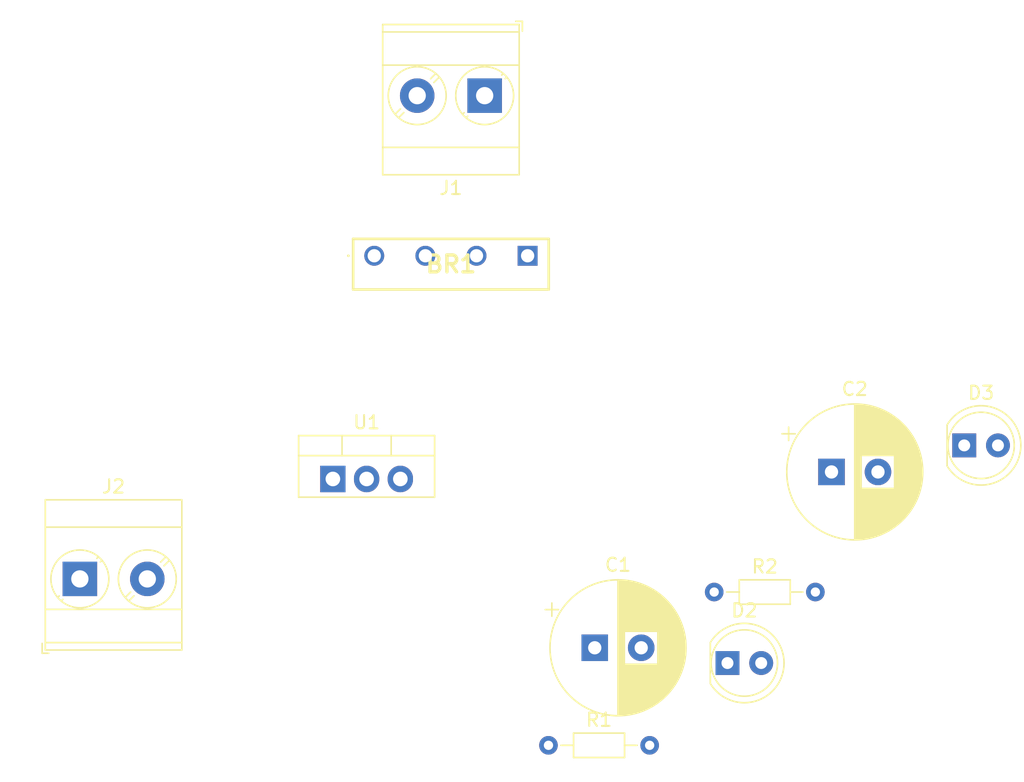
<source format=kicad_pcb>
(kicad_pcb (version 20211014) (generator pcbnew)
  (layers (0 "F.Cu" signal) (31 "B.Cu" signal) (34 "B.Paste" user) (35 "F.Paste" user) (36 "B.SilkS" user "B.Silkscreen") (37 "F.SilkS" user "F.Silkscreen") (38 "B.Mask" user) (39 "F.Mask" user) (44 "Edge.Cuts" user))
  (net 0 "")
  (net 1 "Net-(C1-Pad1)")
  (net 2 "GND")
  (net 3 "Net-(C2-Pad1)")
  (net 4 "Net-(J1-Pad2)")
  (net 5 "Net-(J1-Pad1)")
  (net 6 "Net-(D2-Pad2)")
  (net 7 "Net-(D3-Pad2)")
  (footprint "Resistor_THT:R_Axial_DIN0204_L3.6mm_D1.6mm_P7.62mm_Horizontal" (layer "F.Cu") (at 101.325 97.215)
    (fp_text reference "R1" (at 3.81 -1.92) (layer "F.SilkS"))
    (fp_text value "1k")
    (fp_line (start 6.68 0) (end 5.73 0) (layer "F.SilkS") (width 0.12))
    (fp_line (start 1.89 0.92) (end 5.73 0.92) (layer "F.SilkS") (width 0.12))
    (fp_line (start 1.89 -0.92) (end 1.89 0.92) (layer "F.SilkS") (width 0.12))
    (fp_line (start 0.94 0) (end 1.89 0) (layer "F.SilkS") (width 0.12))
    (fp_line (start 5.73 0.92) (end 5.73 -0.92) (layer "F.SilkS") (width 0.12))
    (fp_line (start 5.73 -0.92) (end 1.89 -0.92) (layer "F.SilkS") (width 0.12))
    (pad "1" thru_hole circle (at 0 0) (size 1.4 1.4) (drill 0.7) (layers *.Cu *.Mask) (net 1 "Net-(C1-Pad1)"))
    (pad "2" thru_hole oval (at 7.62 0) (size 1.4 1.4) (drill 0.7) (layers *.Cu *.Mask) (net 6 "Net-(D2-Pad2)"))
  )
  (footprint "TerminalBlock_Phoenix:TerminalBlock_Phoenix_MKDS-3-2-5.08_1x02_P5.08mm_Horizontal" (layer "F.Cu") (at 96.52 48.26 180)
    (fp_text reference "J1" (at 2.54 -6.96) (layer "F.SilkS"))
    (fp_text value "Screw_Terminal_01x02")
    (fp_line (start -2.6 2.3) (end 7.68 2.3) (layer "F.SilkS") (width 0.12))
    (fp_line (start 1.654 -1.388) (end 1.547 -1.281) (layer "F.SilkS") (width 0.12))
    (fp_line (start -1.548 1.281) (end -1.654 1.388) (layer "F.SilkS") (width 0.12))
    (fp_line (start 6.468 -1.654) (end 6.088 -1.274) (layer "F.SilkS") (width 0.12))
    (fp_line (start 3.822 0.992) (end 3.427 1.388) (layer "F.SilkS") (width 0.12))
    (fp_line (start -1.282 1.547) (end -1.388 1.654) (layer "F.SilkS") (width 0.12))
    (fp_line (start -2.6 5.36) (end 7.68 5.36) (layer "F.SilkS") (width 0.12))
    (fp_line (start -2.84 4.86) (end -2.84 5.6) (layer "F.SilkS") (width 0.12))
    (fp_line (start -2.6 -3.9) (end 7.68 -3.9) (layer "F.SilkS") (width 0.12))
    (fp_line (start 1.388 -1.654) (end 1.281 -1.547) (layer "F.SilkS") (width 0.12))
    (fp_line (start -2.84 5.6) (end -2.34 5.6) (layer "F.SilkS") (width 0.12))
    (fp_line (start -2.6 -5.96) (end 7.68 -5.96) (layer "F.SilkS") (width 0.12))
    (fp_line (start -2.6 -5.96) (end -2.6 5.36) (layer "F.SilkS") (width 0.12))
    (fp_line (start -2.6 4.8) (end 7.68 4.8) (layer "F.SilkS") (width 0.12))
    (fp_line (start 6.734 -1.388) (end 6.339 -0.992) (layer "F.SilkS") (width 0.12))
    (fp_line (start 7.68 -5.96) (end 7.68 5.36) (layer "F.SilkS") (width 0.12))
    (fp_line (start 4.073 1.274) (end 3.693 1.654) (layer "F.SilkS") (width 0.12))
    (fp_circle (center 0 0) (end 2.18 0) (layer "F.SilkS") (width 0.12) (fill none))
    (fp_circle (center 5.08 0) (end 7.26 0) (layer "F.SilkS") (width 0.12) (fill none))
    (pad "1" thru_hole rect (at 0 0 180) (size 2.6 2.6) (drill 1.3) (layers *.Cu *.Mask) (net 5 "Net-(J1-Pad1)"))
    (pad "2" thru_hole circle (at 5.08 0 180) (size 2.6 2.6) (drill 1.3) (layers *.Cu *.Mask) (net 4 "Net-(J1-Pad2)"))
  )
  (footprint "Capacitor_THT:CP_Radial_D10.0mm_P3.50mm" (layer "F.Cu") (at 104.809646 89.865)
    (fp_text reference "C1" (at 1.75 -6.25) (layer "F.SilkS"))
    (fp_text value "2200uF")
    (fp_line (start 1.75 -5.08) (end 1.75 5.08) (layer "F.SilkS") (width 0.12))
    (fp_line (start 2.751 -4.982) (end 2.751 -1.241) (layer "F.SilkS") (width 0.12))
    (fp_line (start 2.791 1.241) (end 2.791 4.974) (layer "F.SilkS") (width 0.12))
    (fp_line (start 2.39 1.241) (end 2.39 5.04) (layer "F.SilkS") (width 0.12))
    (fp_line (start 2.871 1.241) (end 2.871 4.956) (layer "F.SilkS") (width 0.12))
    (fp_line (start 2.831 -4.965) (end 2.831 -1.241) (layer "F.SilkS") (width 0.12))
    (fp_line (start 6.391 -2.125) (end 6.391 2.125) (layer "F.SilkS") (width 0.12))
    (fp_line (start 2.751 1.241) (end 2.751 4.982) (layer "F.SilkS") (width 0.12))
    (fp_line (start 3.031 -4.918) (end 3.031 -1.241) (layer "F.SilkS") (width 0.12))
    (fp_line (start 3.631 1.241) (end 3.631 4.723) (layer "F.SilkS") (width 0.12))
    (fp_line (start 4.591 1.241) (end 4.591 4.221) (layer "F.SilkS") (width 0.12))
    (fp_line (start 3.911 1.241) (end 3.911 4.603) (layer "F.SilkS") (width 0.12))
    (fp_line (start 2.911 -4.947) (end 2.911 -1.241) (layer "F.SilkS") (width 0.12))
    (fp_line (start 4.351 -4.371) (end 4.351 -1.241) (layer "F.SilkS") (width 0.12))
    (fp_line (start 2.671 -4.997) (end 2.671 -1.241) (layer "F.SilkS") (width 0.12))
    (fp_line (start 4.671 -4.166) (end 4.671 -1.241) (layer "F.SilkS") (width 0.12))
    (fp_line (start 2.791 -4.974) (end 2.791 -1.241) (layer "F.SilkS") (width 0.12))
    (fp_line (start 3.391 -4.811) (end 3.391 -1.241) (layer "F.SilkS") (width 0.12))
    (fp_line (start 4.191 -4.462) (end 4.191 -1.241) (layer "F.SilkS") (width 0.12))
    (fp_line (start 5.031 -3.892) (end 5.031 3.892) (layer "F.SilkS") (width 0.12))
    (fp_line (start 3.351 1.241) (end 3.351 4.824) (layer "F.SilkS") (width 0.12))
    (fp_line (start 3.151 -4.885) (end 3.151 -1.241) (layer "F.SilkS") (width 0.12))
    (fp_line (start 4.551 1.241) (end 4.551 4.247) (layer "F.SilkS") (width 0.12))
    (fp_line (start 3.471 1.241) (end 3.471 4.783) (layer "F.SilkS") (width 0.12))
    (fp_line (start 5.111 -3.824) (end 5.111 3.824) (layer "F.SilkS") (width 0.12))
    (fp_line (start 6.511 -1.846) (end 6.511 1.846) (layer "F.SilkS") (width 0.12))
    (fp_line (start 3.791 1.241) (end 3.791 4.657) (layer "F.SilkS") (width 0.12))
    (fp_line (start 4.071 1.241) (end 4.071 4.525) (layer "F.SilkS") (width 0.12))
    (fp_line (start 6.551 -1.742) (end 6.551 1.742) (layer "F.SilkS") (width 0.12))
    (fp_line (start 2.591 1.241) (end 2.591 5.011) (layer "F.SilkS") (width 0.12))
    (fp_line (start 2.951 1.241) (end 2.951 4.938) (layer "F.SilkS") (width 0.12))
    (fp_line (start 3.151 1.241) (end 3.151 4.885) (layer "F.SilkS") (width 0.12))
    (fp_line (start 1.79 -5.08) (end 1.79 5.08) (layer "F.SilkS") (width 0.12))
    (fp_line (start 4.311 -4.395) (end 4.311 -1.241) (layer "F.SilkS") (width 0.12))
    (fp_line (start 5.911 -2.945) (end 5.911 2.945) (layer "F.SilkS") (width 0.12))
    (fp_line (start 3.671 -4.707) (end 3.671 -1.241) (layer "F.SilkS") (width 0.12))
    (fp_line (start 5.591 -3.347) (end 5.591 3.347) (layer "F.SilkS") (width 0.12))
    (fp_line (start 2.551 1.241) (end 2.551 5.018) (layer "F.SilkS") (width 0.12))
    (fp_line (start 6.111 -2.645) (end 6.111 2.645) (layer "F.SilkS") (width 0.12))
    (fp_line (start 2.951 -4.938) (end 2.951 -1.241) (layer "F.SilkS") (width 0.12))
    (fp_line (start 2.27 -5.054) (end 2.27 -1.241) (layer "F.SilkS") (width 0.12))
    (fp_line (start 3.511 -4.768) (end 3.511 -1.241) (layer "F.SilkS") (width 0.12))
    (fp_line (start 3.191 1.241) (end 3.191 4.874) (layer "F.SilkS") (width 0.12))
    (fp_line (start 4.071 -4.525) (end 4.071 -1.241) (layer "F.SilkS") (width 0.12))
    (fp_line (start 4.151 -4.483) (end 4.151 -1.241) (layer "F.SilkS") (width 0.12))
    (fp_line (start 2.991 -4.928) (end 2.991 -1.241) (layer "F.SilkS") (width 0.12))
    (fp_line (start 2.27 1.241) (end 2.27 5.054) (layer "F.SilkS") (width 0.12))
    (fp_line (start 3.671 1.241) (end 3.671 4.707) (layer "F.SilkS") (width 0.12))
    (fp_line (start 2.991 1.241) (end 2.991 4.928) (layer "F.SilkS") (width 0.12))
    (fp_line (start 3.351 -4.824) (end 3.351 -1.241) (layer "F.SilkS") (width 0.12))
    (fp_line (start 4.751 -4.11) (end 4.751 4.11) (layer "F.SilkS") (width 0.12))
    (fp_line (start 2.07 -5.07) (end 2.07 5.07) (layer "F.SilkS") (width 0.12))
    (fp_line (start 1.83 -5.08) (end 1.83 5.08) (layer "F.SilkS") (width 0.12))
    (fp_line (start 3.871 -4.621) (end 3.871 -1.241) (layer "F.SilkS") (width 0.12))
    (fp_line (start 3.431 1.241) (end 3.431 4.797) (layer "F.SilkS") (width 0.12))
    (fp_line (start 3.071 -4.907) (end 3.071 -1.241) (layer "F.SilkS") (width 0.12))
    (fp_line (start 3.871 1.241) (end 3.871 4.621) (layer "F.SilkS") (width 0.12))
    (fp_line (start 5.551 -3.392) (end 5.551 3.392) (layer "F.SilkS") (width 0.12))
    (fp_line (start 6.631 -1.51) (end 6.631 1.51) (layer "F.SilkS") (width 0.12))
    (fp_line (start 1.91 -5.078) (end 1.91 5.078) (layer "F.SilkS") (width 0.12))
    (fp_line (start 4.671 1.241) (end 4.671 4.166) (layer "F.SilkS") (width 0.12))
    (fp_line (start 4.831 -4.05) (end 4.831 4.05) (layer "F.SilkS") (width 0.12))
    (fp_line (start 3.751 -4.674) (end 3.751 -1.241) (layer "F.SilkS") (width 0.12))
    (fp_line (start 4.951 -3.957) (end 4.951 3.957) (layer "F.SilkS") (width 0.12))
    (fp_line (start 2.471 1.241) (end 2.471 5.03) (layer "F.SilkS") (width 0.12))
    (fp_line (start 5.751 -3.156) (end 5.751 3.156) (layer "F.SilkS") (width 0.12))
    (fp_line (start 2.871 -4.956) (end 2.871 -1.241) (layer "F.SilkS") (width 0.12))
    (fp_line (start 5.991 -2.83) (end 5.991 2.83) (layer "F.SilkS") (width 0.12))
    (fp_line (start 3.711 -4.69) (end 3.711 -1.241) (layer "F.SilkS") (width 0.12))
    (fp_line (start 5.671 -3.254) (end 5.671 3.254) (layer "F.SilkS") (width 0.12))
    (fp_line (start 6.031 -2.77) (end 6.031 2.77) (layer "F.SilkS") (width 0.12))
    (fp_line (start 3.311 1.241) (end 3.311 4.837) (layer "F.SilkS") (width 0.12))
    (fp_line (start 4.911 -3.989) (end 4.911 3.989) (layer "F.SilkS") (width 0.12))
    (fp_line (start 5.311 -3.64) (end 5.311 3.64) (layer "F.SilkS") (width 0.12))
    (fp_line (start 6.471 -1.944) (end 6.471 1.944) (layer "F.SilkS") (width 0.12))
    (fp_line (start 2.15 -5.065) (end 2.15 5.065) (layer "F.SilkS") (width 0.12))
    (fp_line (start 5.871 -3) (end 5.871 3) (layer "F.SilkS") (width 0.12))
    (fp_line (start 3.591 -4.738) (end 3.591 -1.241) (layer "F.SilkS") (width 0.12))
    (fp_line (start 4.711 -4.138) (end 4.711 -1.241) (layer "F.SilkS") (width 0.12))
    (fp_line (start 6.351 -2.209) (end 6.351 2.209) (layer "F.SilkS") (width 0.12))
    (fp_line (start 3.831 1.241) (end 3.831 4.639) (layer "F.SilkS") (width 0.12))
    (fp_line (start 6.151 -2.579) (end 6.151 2.579) (layer "F.SilkS") (width 0.12))
    (fp_line (start 2.631 -5.004) (end 2.631 -1.241) (layer "F.SilkS") (width 0.12))
    (fp_line (start 3.551 1.241) (end 3.551 4.754) (layer "F.SilkS") (width 0.12))
    (fp_line (start 2.31 -5.05) (end 2.31 -1.241) (layer "F.SilkS") (width 0.12))
    (fp_line (start 2.11 -5.068) (end 2.11 5.068) (layer "F.SilkS") (width 0.12))
    (fp_line (start 2.591 -5.011) (end 2.591 -1.241) (layer "F.SilkS") (width 0.12))
    (fp_line (start 4.271 1.241) (end 4.271 4.417) (layer "F.SilkS") (width 0.12))
    (fp_line (start 4.111 1.241) (end 4.111 4.504) (layer "F.SilkS") (width 0.12))
    (fp_line (start 2.511 -5.024) (end 2.511 -1.241) (layer "F.SilkS") (width 0.12))
    (fp_line (start 3.751 1.241) (end 3.751 4.674) (layer "F.SilkS") (width 0.12))
    (fp_line (start 2.43 -5.035) (end 2.43 -1.241) (layer "F.SilkS") (width 0.12))
    (fp_line (start 2.711 -4.99) (end 2.711 -1.241) (layer "F.SilkS") (width 0.12))
    (fp_line (start 5.831 -3.054) (end 5.831 3.054) (layer "F.SilkS") (width 0.12))
    (fp_line (start -3.229646 -3.375) (end -3.229646 -2.375) (layer "F.SilkS") (width 0.12))
    (fp_line (start 4.311 1.241) (end 4.311 4.395) (layer "F.SilkS") (width 0.12))
    (fp_line (start 1.99 -5.075) (end 1.99 5.075) (layer "F.SilkS") (width 0.12))
    (fp_line (start 5.951 -2.889) (end 5.951 2.889) (layer "F.SilkS") (width 0.12))
    (fp_line (start 4.871 -4.02) (end 4.871 4.02) (layer "F.SilkS") (width 0.12))
    (fp_line (start 4.391 -4.347) (end 4.391 -1.241) (layer "F.SilkS") (width 0.12))
    (fp_line (start 6.591 -1.63) (end 6.591 1.63) (layer "F.SilkS") (width 0.12))
    (fp_line (start 6.071 -2.709) (end 6.071 2.709) (layer "F.SilkS") (width 0.12))
    (fp_line (start 4.631 -4.194) (end 4.631 -1.241) (layer "F.SilkS") (width 0.12))
    (fp_line (start 3.231 1.241) (end 3.231 4.862) (layer "F.SilkS") (width 0.12))
    (fp_line (start 2.03 -5.073) (end 2.03 5.073) (layer "F.SilkS") (width 0.12))
    (fp_line (start 4.431 1.241) (end 4.431 4.323) (layer "F.SilkS") (width 0.12))
    (fp_line (start 5.391 -3.561) (end 5.391 3.561) (layer "F.SilkS") (width 0.12))
    (fp_line (start 4.991 -3.925) (end 4.991 3.925) (layer "F.SilkS") (width 0.12))
    (fp_line (start 2.35 -5.045) (end 2.35 -1.241) (layer "F.SilkS") (width 0.12))
    (fp_line (start 5.631 -3.301) (end 5.631 3.301) (layer "F.SilkS") (width 0.12))
    (fp_line (start 6.791 -0.862) (end 6.791 0.862) (layer "F.SilkS") (width 0.12))
    (fp_line (start 4.711 1.241) (end 4.711 4.138) (layer "F.SilkS") (width 0.12))
    (fp_line (start 6.311 -2.289) (end 6.311 2.289) (layer "F.SilkS") (width 0.12))
    (fp_line (start 5.431 -3.52) (end 5.431 3.52) (layer "F.SilkS") (width 0.12))
    (fp_line (start 3.111 1.241) (end 3.111 4.897) (layer "F.SilkS") (width 0.12))
    (fp_line (start 4.351 1.241) (end 4.351 4.371) (layer "F.SilkS") (width 0.12))
    (fp_line (start 2.19 -5.062) (end 2.19 5.062) (layer "F.SilkS") (width 0.12))
    (fp_line (start 3.231 -4.862) (end 3.231 -1.241) (layer "F.SilkS") (width 0.12))
    (fp_line (start 2.31 1.241) (end 2.31 5.05) (layer "F.SilkS") (width 0.12))
    (fp_line (start 6.431 -2.037) (end 6.431 2.037) (layer "F.SilkS") (width 0.12))
    (fp_line (start 3.391 1.241) (end 3.391 4.811) (layer "F.SilkS") (width 0.12))
    (fp_line (start 3.031 1.241) (end 3.031 4.918) (layer "F.SilkS") (width 0.12))
    (fp_line (start 3.791 -4.657) (end 3.791 -1.241) (layer "F.SilkS") (width 0.12))
    (fp_line (start 2.551 -5.018) (end 2.551 -1.241) (layer "F.SilkS") (width 0.12))
    (fp_line (start 5.351 -3.601) (end 5.351 3.601) (layer "F.SilkS") (width 0.12))
    (fp_line (start 1.95 -5.077) (end 1.95 5.077) (layer "F.SilkS") (width 0.12))
    (fp_line (start 2.711 1.241) (end 2.711 4.99) (layer "F.SilkS") (width 0.12))
    (fp_line (start 6.191 -2.51) (end 6.191 2.51) (layer "F.SilkS") (width 0.12))
    (fp_line (start 4.391 1.241) (end 4.391 4.347) (layer "F.SilkS") (width 0.12))
    (fp_line (start 6.711 -1.23) (end 6.711 1.23) (layer "F.SilkS") (width 0.12))
    (fp_line (start 3.431 -4.797) (end 3.431 -1.241) (layer "F.SilkS") (width 0.12))
    (fp_line (start 2.471 -5.03) (end 2.471 -1.241) (layer "F.SilkS") (width 0.12))
    (fp_line (start 6.671 -1.378) (end 6.671 1.378) (layer "F.SilkS") (width 0.12))
    (fp_line (start 5.511 -3.436) (end 5.511 3.436) (layer "F.SilkS") (width 0.12))
    (fp_line (start 3.911 -4.603) (end 3.911 -1.241) (layer "F.SilkS") (width 0.12))
    (fp_line (start 4.191 1.241) (end 4.191 4.462) (layer "F.SilkS") (width 0.12))
    (fp_line (start 6.271 -2.365) (end 6.271 2.365) (layer "F.SilkS") (width 0.12))
    (fp_line (start 1.87 -5.079) (end 1.87 5.079) (layer "F.SilkS") (width 0.12))
    (fp_line (start 5.071 -3.858) (end 5.071 3.858) (layer "F.SilkS") (width 0.12))
    (fp_line (start 3.471 -4.783) (end 3.471 -1.241) (layer "F.SilkS") (width 0.12))
    (fp_line (start 4.111 -4.504) (end 4.111 -1.241) (layer "F.SilkS") (width 0.12))
    (fp_line (start 4.231 -4.44) (end 4.231 -1.241) (layer "F.SilkS") (width 0.12))
    (fp_line (start 5.711 -3.206) (end 5.711 3.206) (layer "F.SilkS") (width 0.12))
    (fp_line (start 5.151 -3.789) (end 5.151 3.789) (layer "F.SilkS") (width 0.12))
    (fp_line (start -3.729646 -2.875) (end -2.729646 -2.875) (layer "F.SilkS") (width 0.12))
    (fp_line (start 4.031 1.241) (end 4.031 4.545) (layer "F.SilkS") (width 0.12))
    (fp_line (start 4.511 1.241) (end 4.511 4.273) (layer "F.SilkS") (width 0.12))
    (fp_line (start 3.991 1.241) (end 3.991 4.564) (layer "F.SilkS") (width 0.12))
    (fp_line (start 3.191 -4.874) (end 3.191 -1.241) (layer "F.SilkS") (width 0.12))
    (fp_line (start 2.39 -5.04) (end 2.39 -1.241) (layer "F.SilkS") (width 0.12))
    (fp_line (start 2.631 1.241) (end 2.631 5.004) (layer "F.SilkS") (width 0.12))
    (fp_line (start 3.951 1.241) (end 3.951 4.584) (layer "F.SilkS") (width 0.12))
    (fp_line (start 4.591 -4.221) (end 4.591 -1.241) (layer "F.SilkS") (width 0.12))
    (fp_line (start 2.671 1.241) (end 2.671 4.997) (layer "F.SilkS") (width 0.12))
    (fp_line (start 3.831 -4.639) (end 3.831 -1.241) (layer "F.SilkS") (width 0.12))
    (fp_line (start 3.111 -4.897) (end 3.111 -1.241) (layer "F.SilkS") (width 0.12))
    (fp_line (start 5.271 -3.679) (end 5.271 3.679) (layer "F.SilkS") (width 0.12))
    (fp_line (start 3.711 1.241) (end 3.711 4.69) (layer "F.SilkS") (width 0.12))
    (fp_line (start 4.791 -4.08) (end 4.791 4.08) (layer "F.SilkS") (width 0.12))
    (fp_line (start 5.191 -3.753) (end 5.191 3.753) (layer "F.SilkS") (width 0.12))
    (fp_line (start 3.311 -4.837) (end 3.311 -1.241) (layer "F.SilkS") (width 0.12))
    (fp_line (start 3.631 -4.723) (end 3.631 -1.241) (layer "F.SilkS") (width 0.12))
    (fp_line (start 2.831 1.241) (end 2.831 4.965) (layer "F.SilkS") (width 0.12))
    (fp_line (start 5.231 -3.716) (end 5.231 3.716) (layer "F.SilkS") (width 0.12))
    (fp_line (start 3.551 -4.754) (end 3.551 -1.241) (layer "F.SilkS") (width 0.12))
    (fp_line (start 2.911 1.241) (end 2.911 4.947) (layer "F.SilkS") (width 0.12))
    (fp_line (start 3.511 1.241) (end 3.511 4.768) (layer "F.SilkS") (width 0.12))
    (fp_line (start 4.271 -4.417) (end 4.271 -1.241) (layer "F.SilkS") (width 0.12))
    (fp_line (start 4.431 -4.323) (end 4.431 -1.241) (layer "F.SilkS") (width 0.12))
    (fp_line (start 4.151 1.241) (end 4.151 4.483) (layer "F.SilkS") (width 0.12))
    (fp_line (start 3.591 1.241) (end 3.591 4.738) (layer "F.SilkS") (width 0.12))
    (fp_line (start 2.35 1.241) (end 2.35 5.045) (layer "F.SilkS") (width 0.12))
    (fp_line (start 3.271 1.241) (end 3.271 4.85) (layer "F.SilkS") (width 0.12))
    (fp_line (start 3.071 1.241) (end 3.071 4.907) (layer "F.SilkS") (width 0.12))
    (fp_line (start 2.23 -5.058) (end 2.23 5.058) (layer "F.SilkS") (width 0.12))
    (fp_line (start 5.791 -3.106) (end 5.791 3.106) (layer "F.SilkS") (width 0.12))
    (fp_line (start 4.551 -4.247) (end 4.551 -1.241) (layer "F.SilkS") (width 0.12))
    (fp_line (start 2.43 1.241) (end 2.43 5.035) (layer "F.SilkS") (width 0.12))
    (fp_line (start 4.631 1.241) (end 4.631 4.194) (layer "F.SilkS") (width 0.12))
    (fp_line (start 4.231 1.241) (end 4.231 4.44) (layer "F.SilkS") (width 0.12))
    (fp_line (start 2.511 1.241) (end 2.511 5.024) (layer "F.SilkS") (width 0.12))
    (fp_line (start 4.511 -4.273) (end 4.511 -1.241) (layer "F.SilkS") (width 0.12))
    (fp_line (start 4.471 -4.298) (end 4.471 -1.241) (layer "F.SilkS") (width 0.12))
    (fp_line (start 3.991 -4.564) (end 3.991 -1.241) (layer "F.SilkS") (width 0.12))
    (fp_line (start 5.471 -3.478) (end 5.471 3.478) (layer "F.SilkS") (width 0.12))
    (fp_line (start 3.951 -4.584) (end 3.951 -1.241) (layer "F.SilkS") (width 0.12))
    (fp_line (start 6.751 -1.062) (end 6.751 1.062) (layer "F.SilkS") (width 0.12))
    (fp_line (start 6.831 -0.599) (end 6.831 0.599) (layer "F.SilkS") (width 0.12))
    (fp_line (start 6.231 -2.439) (end 6.231 2.439) (layer "F.SilkS") (width 0.12))
    (fp_line (start 3.271 -4.85) (end 3.271 -1.241) (layer "F.SilkS") (width 0.12))
    (fp_line (start 4.471 1.241) (end 4.471 4.298) (layer "F.SilkS") (width 0.12))
    (fp_line (start 4.031 -4.545) (end 4.031 -1.241) (layer "F.SilkS") (width 0.12))
    (fp_circle (center 1.75 0) (end 6.87 0) (layer "F.SilkS") (width 0.12) (fill none))
    (pad "1" thru_hole rect (at 0 0) (size 2 2) (drill 1) (layers *.Cu *.Mask) (net 1 "Net-(C1-Pad1)"))
    (pad "2" thru_hole circle (at 3.5 0) (size 2 2) (drill 1) (layers *.Cu *.Mask) (net 2 "GND"))
  )
  (footprint "LED_THT:LED_D5.0mm" (layer "F.Cu") (at 114.805 91.015)
    (fp_text reference "D2" (at 1.27 -3.96) (layer "F.SilkS"))
    (fp_text value "LED")
    (fp_line (start -1.29 -1.545) (end -1.29 1.545) (layer "F.SilkS") (width 0.12))
    (fp_arc (start -1.29 -1.54483) (mid 2.072002 -2.880433) (end 4.26 0.000462) (layer "F.SilkS") (width 0.12))
    (fp_arc (start 4.26 -0.000462) (mid 2.072002 2.880433) (end -1.29 1.54483) (layer "F.SilkS") (width 0.12))
    (fp_circle (center 1.27 0) (end 3.77 0) (layer "F.SilkS") (width 0.12) (fill none))
    (pad "1" thru_hole rect (at 0 0) (size 1.8 1.8) (drill 0.9) (layers *.Cu *.Mask) (net 2 "GND"))
    (pad "2" thru_hole circle (at 2.54 0) (size 1.8 1.8) (drill 0.9) (layers *.Cu *.Mask) (net 6 "Net-(D2-Pad2)"))
  )
  (footprint "Resistor_THT:R_Axial_DIN0204_L3.6mm_D1.6mm_P7.62mm_Horizontal" (layer "F.Cu") (at 113.805 85.665)
    (fp_text reference "R2" (at 3.81 -1.92) (layer "F.SilkS"))
    (fp_text value "1k")
    (fp_line (start 5.73 0.92) (end 5.73 -0.92) (layer "F.SilkS") (width 0.12))
    (fp_line (start 1.89 -0.92) (end 1.89 0.92) (layer "F.SilkS") (width 0.12))
    (fp_line (start 5.73 -0.92) (end 1.89 -0.92) (layer "F.SilkS") (width 0.12))
    (fp_line (start 1.89 0.92) (end 5.73 0.92) (layer "F.SilkS") (width 0.12))
    (fp_line (start 6.68 0) (end 5.73 0) (layer "F.SilkS") (width 0.12))
    (fp_line (start 0.94 0) (end 1.89 0) (layer "F.SilkS") (width 0.12))
    (pad "1" thru_hole circle (at 0 0) (size 1.4 1.4) (drill 0.7) (layers *.Cu *.Mask) (net 3 "Net-(C2-Pad1)"))
    (pad "2" thru_hole oval (at 7.62 0) (size 1.4 1.4) (drill 0.7) (layers *.Cu *.Mask) (net 7 "Net-(D3-Pad2)"))
  )
  (footprint "Diode_THT:KBP301G" (layer "F.Cu") (at 88.205 60.325)
    (fp_text reference "BR1" (at 5.775 0.635) (layer "F.SilkS") (effects (font (size 1.27 1.27) (thickness 0.254))))
    (fp_text value "KBP301G" hide)
    (fp_line (start -2 0) (end -2 0) (layer "F.SilkS") (width 0.1))
    (fp_line (start -1.9 0) (end -1.9 0) (layer "F.SilkS") (width 0.1))
    (fp_line (start 13.14 -1.27) (end 13.14 2.54) (layer "F.SilkS") (width 0.2))
    (fp_line (start 13.14 2.54) (end -1.59 2.54) (layer "F.SilkS") (width 0.2))
    (fp_line (start -1.59 2.54) (end -1.59 -1.27) (layer "F.SilkS") (width 0.2))
    (fp_line (start -1.59 -1.27) (end 13.14 -1.27) (layer "F.SilkS") (width 0.2))
    (fp_arc (start -2 0) (mid -1.95 -0.05) (end -1.9 0) (layer "F.SilkS") (width 0.1))
    (fp_arc (start -1.9 0) (mid -1.95 0.05) (end -2 0) (layer "F.SilkS") (width 0.1))
    (pad "1" thru_hole circle locked (at 0 0) (size 1.5 1.5) (drill 1) (layers *.Cu *.Mask) (net 1 "Net-(C1-Pad1)"))
    (pad "2" thru_hole circle locked (at 3.85 0) (size 1.5 1.5) (drill 1) (layers *.Cu *.Mask) (net 4 "Net-(J1-Pad2)"))
    (pad "3" thru_hole circle locked (at 7.7 0) (size 1.5 1.5) (drill 1) (layers *.Cu *.Mask) (net 5 "Net-(J1-Pad1)"))
    (pad "4" thru_hole rect locked (at 11.55 0) (size 1.5 1.5) (drill 1) (layers *.Cu *.Mask) (net 2 "GND"))
  )
  (footprint "TerminalBlock_Phoenix:TerminalBlock_Phoenix_MKDS-3-2-5.08_1x02_P5.08mm_Horizontal" (layer "F.Cu") (at 66.035 84.675)
    (fp_text reference "J2" (at 2.54 -6.96) (layer "F.SilkS"))
    (fp_text value "Screw_Terminal_01x02")
    (fp_line (start -1.548 1.281) (end -1.654 1.388) (layer "F.SilkS") (width 0.12))
    (fp_line (start -2.6 -5.96) (end -2.6 5.36) (layer "F.SilkS") (width 0.12))
    (fp_line (start -2.84 4.86) (end -2.84 5.6) (layer "F.SilkS") (width 0.12))
    (fp_line (start -2.6 5.36) (end 7.68 5.36) (layer "F.SilkS") (width 0.12))
    (fp_line (start -2.84 5.6) (end -2.34 5.6) (layer "F.SilkS") (width 0.12))
    (fp_line (start 1.388 -1.654) (end 1.281 -1.547) (layer "F.SilkS") (width 0.12))
    (fp_line (start 3.822 0.992) (end 3.427 1.388) (layer "F.SilkS") (width 0.12))
    (fp_line (start -2.6 -3.9) (end 7.68 -3.9) (layer "F.SilkS") (width 0.12))
    (fp_line (start -2.6 4.8) (end 7.68 4.8) (layer "F.SilkS") (width 0.12))
    (fp_line (start 6.734 -1.388) (end 6.339 -0.992) (layer "F.SilkS") (width 0.12))
    (fp_line (start 4.073 1.274) (end 3.693 1.654) (layer "F.SilkS") (width 0.12))
    (fp_line (start -1.282 1.547) (end -1.388 1.654) (layer "F.SilkS") (width 0.12))
    (fp_line (start 6.468 -1.654) (end 6.088 -1.274) (layer "F.SilkS") (width 0.12))
    (fp_line (start 7.68 -5.96) (end 7.68 5.36) (layer "F.SilkS") (width 0.12))
    (fp_line (start 1.654 -1.388) (end 1.547 -1.281) (layer "F.SilkS") (width 0.12))
    (fp_line (start -2.6 2.3) (end 7.68 2.3) (layer "F.SilkS") (width 0.12))
    (fp_line (start -2.6 -5.96) (end 7.68 -5.96) (layer "F.SilkS") (width 0.12))
    (fp_circle (center 5.08 0) (end 7.26 0) (layer "F.SilkS") (width 0.12) (fill none))
    (fp_circle (center 0 0) (end 2.18 0) (layer "F.SilkS") (width 0.12) (fill none))
    (pad "1" thru_hole rect (at 0 0) (size 2.6 2.6) (drill 1.3) (layers *.Cu *.Mask) (net 3 "Net-(C2-Pad1)"))
    (pad "2" thru_hole circle (at 5.08 0) (size 2.6 2.6) (drill 1.3) (layers *.Cu *.Mask) (net 2 "GND"))
  )
  (footprint "Package_TO_SOT_THT:TO-220-3_Vertical" (layer "F.Cu") (at 85.09 77.145)
    (fp_text reference "U1" (at 2.54 -4.27) (layer "F.SilkS"))
    (fp_text value "L7805")
    (fp_line (start 7.66 -3.27) (end 7.66 1.371) (layer "F.SilkS") (width 0.12))
    (fp_line (start -2.58 -3.27) (end 7.66 -3.27) (layer "F.SilkS") (width 0.12))
    (fp_line (start 4.391 -3.27) (end 4.391 -1.76) (layer "F.SilkS") (width 0.12))
    (fp_line (start -2.58 -1.76) (end 7.66 -1.76) (layer "F.SilkS") (width 0.12))
    (fp_line (start -2.58 1.371) (end 7.66 1.371) (layer "F.SilkS") (width 0.12))
    (fp_line (start -2.58 -3.27) (end -2.58 1.371) (layer "F.SilkS") (width 0.12))
    (fp_line (start 0.69 -3.27) (end 0.69 -1.76) (layer "F.SilkS") (width 0.12))
    (pad "1" thru_hole rect (at 0 0) (size 1.905 2) (drill 1.1) (layers *.Cu *.Mask) (net 1 "Net-(C1-Pad1)"))
    (pad "2" thru_hole oval (at 2.54 0) (size 1.905 2) (drill 1.1) (layers *.Cu *.Mask) (net 2 "GND"))
    (pad "3" thru_hole oval (at 5.08 0) (size 1.905 2) (drill 1.1) (layers *.Cu *.Mask) (net 3 "Net-(C2-Pad1)"))
  )
  (footprint "LED_THT:LED_D5.0mm" (layer "F.Cu") (at 132.635 74.615)
    (fp_text reference "D3" (at 1.27 -3.96) (layer "F.SilkS"))
    (fp_text value "LED")
    (fp_line (start -1.29 -1.545) (end -1.29 1.545) (layer "F.SilkS") (width 0.12))
    (fp_arc (start -1.29 -1.54483) (mid 2.072002 -2.880433) (end 4.26 0.000462) (layer "F.SilkS") (width 0.12))
    (fp_arc (start 4.26 -0.000462) (mid 2.072002 2.880433) (end -1.29 1.54483) (layer "F.SilkS") (width 0.12))
    (fp_circle (center 1.27 0) (end 3.77 0) (layer "F.SilkS") (width 0.12) (fill none))
    (pad "1" thru_hole rect (at 0 0) (size 1.8 1.8) (drill 0.9) (layers *.Cu *.Mask) (net 2 "GND"))
    (pad "2" thru_hole circle (at 2.54 0) (size 1.8 1.8) (drill 0.9) (layers *.Cu *.Mask) (net 7 "Net-(D3-Pad2)"))
  )
  (footprint "Capacitor_THT:CP_Radial_D10.0mm_P3.50mm" (layer "F.Cu") (at 122.639646 76.615)
    (fp_text reference "C2" (at 1.75 -6.25) (layer "F.SilkS"))
    (fp_text value "220uF")
    (fp_line (start 4.151 -4.483) (end 4.151 -1.241) (layer "F.SilkS") (width 0.12))
    (fp_line (start 2.951 1.241) (end 2.951 4.938) (layer "F.SilkS") (width 0.12))
    (fp_line (start 6.711 -1.23) (end 6.711 1.23) (layer "F.SilkS") (width 0.12))
    (fp_line (start 3.551 1.241) (end 3.551 4.754) (layer "F.SilkS") (width 0.12))
    (fp_line (start 4.631 -4.194) (end 4.631 -1.241) (layer "F.SilkS") (width 0.12))
    (fp_line (start 3.351 -4.824) (end 3.351 -1.241) (layer "F.SilkS") (width 0.12))
    (fp_line (start 4.511 1.241) (end 4.511 4.273) (layer "F.SilkS") (width 0.12))
    (fp_line (start -3.729646 -2.875) (end -2.729646 -2.875) (layer "F.SilkS") (width 0.12))
    (fp_line (start 2.511 -5.024) (end 2.511 -1.241) (layer "F.SilkS") (width 0.12))
    (fp_line (start 4.031 -4.545) (end 4.031 -1.241) (layer "F.SilkS") (width 0.12))
    (fp_line (start 2.43 1.241) (end 2.43 5.035) (layer "F.SilkS") (width 0.12))
    (fp_line (start 5.631 -3.301) (end 5.631 3.301) (layer "F.SilkS") (width 0.12))
    (fp_line (start 3.511 1.241) (end 3.511 4.768) (layer "F.SilkS") (width 0.12))
    (fp_line (start 4.471 1.241) (end 4.471 4.298) (layer "F.SilkS") (width 0.12))
    (fp_line (start 4.551 1.241) (end 4.551 4.247) (layer "F.SilkS") (width 0.12))
    (fp_line (start 6.631 -1.51) (end 6.631 1.51) (layer "F.SilkS") (width 0.12))
    (fp_line (start 6.311 -2.289) (end 6.311 2.289) (layer "F.SilkS") (width 0.12))
    (fp_line (start 3.631 -4.723) (end 3.631 -1.241) (layer "F.SilkS") (width 0.12))
    (fp_line (start 2.791 1.241) (end 2.791 4.974) (layer "F.SilkS") (width 0.12))
    (fp_line (start 2.471 1.241) (end 2.471 5.03) (layer "F.SilkS") (width 0.12))
    (fp_line (start 2.551 1.241) (end 2.551 5.018) (layer "F.SilkS") (width 0.12))
    (fp_line (start 3.031 1.241) (end 3.031 4.918) (layer "F.SilkS") (width 0.12))
    (fp_line (start 2.591 -5.011) (end 2.591 -1.241) (layer "F.SilkS") (width 0.12))
    (fp_line (start 3.471 1.241) (end 3.471 4.783) (layer "F.SilkS") (width 0.12))
    (fp_line (start 5.111 -3.824) (end 5.111 3.824) (layer "F.SilkS") (width 0.12))
    (fp_line (start 3.911 -4.603) (end 3.911 -1.241) (layer "F.SilkS") (width 0.12))
    (fp_line (start 6.671 -1.378) (end 6.671 1.378) (layer "F.SilkS") (width 0.12))
    (fp_line (start 4.671 -4.166) (end 4.671 -1.241) (layer "F.SilkS") (width 0.12))
    (fp_line (start 6.191 -2.51) (end 6.191 2.51) (layer "F.SilkS") (width 0.12))
    (fp_line (start 3.271 1.241) (end 3.271 4.85) (layer "F.SilkS") (width 0.12))
    (fp_line (start 3.031 -4.918) (end 3.031 -1.241) (layer "F.SilkS") (width 0.12))
    (fp_line (start 3.431 1.241) (end 3.431 4.797) (layer "F.SilkS") (width 0.12))
    (fp_line (start 2.831 1.241) (end 2.831 4.965) (layer "F.SilkS") (width 0.12))
    (fp_line (start 4.111 -4.504) (end 4.111 -1.241) (layer "F.SilkS") (width 0.12))
    (fp_line (start 5.671 -3.254) (end 5.671 3.254) (layer "F.SilkS") (width 0.12))
    (fp_line (start 3.391 1.241) (end 3.391 4.811) (layer "F.SilkS") (width 0.12))
    (fp_line (start 4.071 1.241) (end 4.071 4.525) (layer "F.SilkS") (width 0.12))
    (fp_line (start 3.751 1.241) (end 3.751 4.674) (layer "F.SilkS") (width 0.12))
    (fp_line (start 5.471 -3.478) (end 5.471 3.478) (layer "F.SilkS") (width 0.12))
    (fp_line (start 2.03 -5.073) (end 2.03 5.073) (layer "F.SilkS") (width 0.12))
    (fp_line (start 6.791 -0.862) (end 6.791 0.862) (layer "F.SilkS") (width 0.12))
    (fp_line (start 1.87 -5.079) (end 1.87 5.079) (layer "F.SilkS") (width 0.12))
    (fp_line (start 2.551 -5.018) (end 2.551 -1.241) (layer "F.SilkS") (width 0.12))
    (fp_line (start 3.831 1.241) (end 3.831 4.639) (layer "F.SilkS") (width 0.12))
    (fp_line (start 3.791 -4.657) (end 3.791 -1.241) (layer "F.SilkS") (width 0.12))
    (fp_line (start 5.871 -3) (end 5.871 3) (layer "F.SilkS") (width 0.12))
    (fp_line (start 2.27 1.241) (end 2.27 5.054) (layer "F.SilkS") (width 0.12))
    (fp_line (start 1.75 -5.08) (end 1.75 5.08) (layer "F.SilkS") (width 0.12))
    (fp_line (start 3.111 1.241) (end 3.111 4.897) (layer "F.SilkS") (width 0.12))
    (fp_line (start 3.511 -4.768) (end 3.511 -1.241) (layer "F.SilkS") (width 0.12))
    (fp_line (start 5.191 -3.753) (end 5.191 3.753) (layer "F.SilkS") (width 0.12))
    (fp_line (start 3.071 -4.907) (end 3.071 -1.241) (layer "F.SilkS") (width 0.12))
    (fp_line (start 2.23 -5.058) (end 2.23 5.058) (layer "F.SilkS") (width 0.12))
    (fp_line (start 2.751 1.241) (end 2.751 4.982) (layer "F.SilkS") (width 0.12))
    (fp_line (start 4.231 1.241) (end 4.231 4.44) (layer "F.SilkS") (width 0.12))
    (fp_line (start 4.191 -4.462) (end 4.191 -1.241) (layer "F.SilkS") (width 0.12))
    (fp_line (start 5.151 -3.789) (end 5.151 3.789) (layer "F.SilkS") (width 0.12))
    (fp_line (start 2.39 -5.04) (end 2.39 -1.241) (layer "F.SilkS") (width 0.12))
    (fp_line (start 3.631 1.241) (end 3.631 4.723) (layer "F.SilkS") (width 0.12))
    (fp_line (start 4.871 -4.02) (end 4.871 4.02) (layer "F.SilkS") (width 0.12))
    (fp_line (start 4.711 -4.138) (end 4.711 -1.241) (layer "F.SilkS") (width 0.12))
    (fp_line (start 4.831 -4.05) (end 4.831 4.05) (layer "F.SilkS") (width 0.12))
    (fp_line (start 3.431 -4.797) (end 3.431 -1.241) (layer "F.SilkS") (width 0.12))
    (fp_line (start 5.911 -2.945) (end 5.911 2.945) (layer "F.SilkS") (width 0.12))
    (fp_line (start 4.311 1.241) (end 4.311 4.395) (layer "F.SilkS") (width 0.12))
    (fp_line (start 2.951 -4.938) (end 2.951 -1.241) (layer "F.SilkS") (width 0.12))
    (fp_line (start 3.391 -4.811) (end 3.391 -1.241) (layer "F.SilkS") (width 0.12))
    (fp_line (start 4.191 1.241) (end 4.191 4.462) (layer "F.SilkS") (width 0.12))
    (fp_line (start 6.751 -1.062) (end 6.751 1.062) (layer "F.SilkS") (width 0.12))
    (fp_line (start 3.271 -4.85) (end 3.271 -1.241) (layer "F.SilkS") (width 0.12))
    (fp_line (start 4.391 -4.347) (end 4.391 -1.241) (layer "F.SilkS") (width 0.12))
    (fp_line (start 4.071 -4.525) (end 4.071 -1.241) (layer "F.SilkS") (width 0.12))
    (fp_line (start 6.031 -2.77) (end 6.031 2.77) (layer "F.SilkS") (width 0.12))
    (fp_line (start 4.151 1.241) (end 4.151 4.483) (layer "F.SilkS") (width 0.12))
    (fp_line (start 2.711 1.241) (end 2.711 4.99) (layer "F.SilkS") (width 0.12))
    (fp_line (start 3.711 -4.69) (end 3.711 -1.241) (layer "F.SilkS") (width 0.12))
    (fp_line (start 2.911 1.241) (end 2.911 4.947) (layer "F.SilkS") (width 0.12))
    (fp_line (start 3.151 -4.885) (end 3.151 -1.241) (layer "F.SilkS") (width 0.12))
    (fp_line (start 6.551 -1.742) (end 6.551 1.742) (layer "F.SilkS") (width 0.12))
    (fp_line (start 6.231 -2.439) (end 6.231 2.439) (layer "F.SilkS") (width 0.12))
    (fp_line (start 3.951 1.241) (end 3.951 4.584) (layer "F.SilkS") (width 0.12))
    (fp_line (start 5.951 -2.889) (end 5.951 2.889) (layer "F.SilkS") (width 0.12))
    (fp_line (start 2.35 1.241) (end 2.35 5.045) (layer "F.SilkS") (width 0.12))
    (fp_line (start 3.751 -4.674) (end 3.751 -1.241) (layer "F.SilkS") (width 0.12))
    (fp_line (start 1.91 -5.078) (end 1.91 5.078) (layer "F.SilkS") (width 0.12))
    (fp_line (start 5.751 -3.156) (end 5.751 3.156) (layer "F.SilkS") (width 0.12))
    (fp_line (start 4.951 -3.957) (end 4.951 3.957) (layer "F.SilkS") (width 0.12))
    (fp_line (start 3.471 -4.783) (end 3.471 -1.241) (layer "F.SilkS") (width 0.12))
    (fp_line (start 4.591 -4.221) (end 4.591 -1.241) (layer "F.SilkS") (width 0.12))
    (fp_line (start 4.711 1.241) (end 4.711 4.138) (layer "F.SilkS") (width 0.12))
    (fp_line (start 5.591 -3.347) (end 5.591 3.347) (layer "F.SilkS") (width 0.12))
    (fp_line (start 3.871 1.241) (end 3.871 4.621) (layer "F.SilkS") (width 0.12))
    (fp_line (start 5.311 -3.64) (end 5.311 3.64) (layer "F.SilkS") (width 0.12))
    (fp_line (start 4.591 1.241) (end 4.591 4.221) (layer "F.SilkS") (width 0.12))
    (fp_line (start 3.911 1.241) (end 3.911 4.603) (layer "F.SilkS") (width 0.12))
    (fp_line (start 5.271 -3.679) (end 5.271 3.679) (layer "F.SilkS") (width 0.12))
    (fp_line (start 2.711 -4.99) (end 2.711 -1.241) (layer "F.SilkS") (width 0.12))
    (fp_line (start 2.671 -4.997) (end 2.671 -1.241) (layer "F.SilkS") (width 0.12))
    (fp_line (start 4.351 1.241) (end 4.351 4.371) (layer "F.SilkS") (width 0.12))
    (fp_line (start 2.471 -5.03) (end 2.471 -1.241) (layer "F.SilkS") (width 0.12))
    (fp_line (start 5.831 -3.054) (end 5.831 3.054) (layer "F.SilkS") (width 0.12))
    (fp_line (start 6.071 -2.709) (end 6.071 2.709) (layer "F.SilkS") (width 0.12))
    (fp_line (start 1.83 -5.08) (end 1.83 5.08) (layer "F.SilkS") (width 0.12))
    (fp_line (start 2.511 1.241) (end 2.511 5.024) (layer "F.SilkS") (width 0.12))
    (fp_line (start 6.471 -1.944) (end 6.471 1.944) (layer "F.SilkS") (width 0.12))
    (fp_line (start 4.271 1.241) (end 4.271 4.417) (layer "F.SilkS") (width 0.12))
    (fp_line (start 3.191 -4.874) (end 3.191 -1.241) (layer "F.SilkS") (width 0.12))
    (fp_line (start 4.311 -4.395) (end 4.311 -1.241) (layer "F.SilkS") (width 0.12))
    (fp_line (start 2.31 1.241) (end 2.31 5.05) (layer "F.SilkS") (width 0.12))
    (fp_line (start 4.471 -4.298) (end 4.471 -1.241) (layer "F.SilkS") (width 0.12))
    (fp_line (start 3.551 -4.754) (end 3.551 -1.241) (layer "F.SilkS") (width 0.12))
    (fp_line (start 6.831 -0.599) (end 6.831 0.599) (layer "F.SilkS") (width 0.12))
    (fp_line (start 2.11 -5.068) (end 2.11 5.068) (layer "F.SilkS") (width 0.12))
    (fp_line (start 2.631 -5.004) (end 2.631 -1.241) (layer "F.SilkS") (width 0.12))
    (fp_line (start 2.791 -4.974) (end 2.791 -1.241) (layer "F.SilkS") (width 0.12))
    (fp_line (start 6.511 -1.846) (end 6.511 1.846) (layer "F.SilkS") (width 0.12))
    (fp_line (start 6.391 -2.125) (end 6.391 2.125) (layer "F.SilkS") (width 0.12))
    (fp_line (start 3.831 -4.639) (end 3.831 -1.241) (layer "F.SilkS") (width 0.12))
    (fp_line (start 4.791 -4.08) (end 4.791 4.08) (layer "F.SilkS") (width 0.12))
    (fp_line (start 2.751 -4.982) (end 2.751 -1.241) (layer "F.SilkS") (width 0.12))
    (fp_line (start 3.711 1.241) (end 3.711 4.69) (layer "F.SilkS") (width 0.12))
    (fp_line (start 1.99 -5.075) (end 1.99 5.075) (layer "F.SilkS") (width 0.12))
    (fp_line (start 5.391 -3.561) (end 5.391 3.561) (layer "F.SilkS") (width 0.12))
    (fp_line (start 2.871 1.241) (end 2.871 4.956) (layer "F.SilkS") (width 0.12))
    (fp_line (start 5.711 -3.206) (end 5.711 3.206) (layer "F.SilkS") (width 0.12))
    (fp_line (start 3.351 1.241) (end 3.351 4.824) (layer "F.SilkS") (width 0.12))
    (fp_line (start 3.111 -4.897) (end 3.111 -1.241) (layer "F.SilkS") (width 0.12))
    (fp_line (start 3.791 1.241) (end 3.791 4.657) (layer "F.SilkS") (width 0.12))
    (fp_line (start 4.631 1.241) (end 4.631 4.194) (layer "F.SilkS") (width 0.12))
    (fp_line (start 6.351 -2.209) (end 6.351 2.209) (layer "F.SilkS") (width 0.12))
    (fp_line (start 2.911 -4.947) (end 2.911 -1.241) (layer "F.SilkS") (width 0.12))
    (fp_line (start 4.511 -4.273) (end 4.511 -1.241) (layer "F.SilkS") (width 0.12))
    (fp_line (start 3.311 -4.837) (end 3.311 -1.241) (layer "F.SilkS") (width 0.12))
    (fp_line (start 3.231 -4.862) (end 3.231 -1.241) (layer "F.SilkS") (width 0.12))
    (fp_line (start 4.911 -3.989) (end 4.911 3.989) (layer "F.SilkS") (width 0.12))
    (fp_line (start 6.431 -2.037) (end 6.431 2.037) (layer "F.SilkS") (width 0.12))
    (fp_line (start 5.791 -3.106) (end 5.791 3.106) (layer "F.SilkS") (width 0.12))
    (fp_line (start 2.19 -5.062) (end 2.19 5.062) (layer "F.SilkS") (width 0.12))
    (fp_line (start 4.751 -4.11) (end 4.751 4.11) (layer "F.SilkS") (width 0.12))
    (fp_line (start 2.991 -4.928) (end 2.991 -1.241) (layer "F.SilkS") (width 0.12))
    (fp_line (start 5.431 -3.52) (end 5.431 3.52) (layer "F.SilkS") (width 0.12))
    (fp_line (start 4.431 -4.323) (end 4.431 -1.241) (layer "F.SilkS") (width 0.12))
    (fp_line (start 2.31 -5.05) (end 2.31 -1.241) (layer "F.SilkS") (width 0.12))
    (fp_line (start 2.831 -4.965) (end 2.831 -1.241) (layer "F.SilkS") (width 0.12))
    (fp_line (start 3.671 1.241) (end 3.671 4.707) (layer "F.SilkS") (width 0.12))
    (fp_line (start 1.79 -5.08) (end 1.79 5.08) (layer "F.SilkS") (width 0.12))
    (fp_line (start 5.031 -3.892) (end 5.031 3.892) (layer "F.SilkS") (width 0.12))
    (fp_line (start 5.511 -3.436) (end 5.511 3.436) (layer "F.SilkS") (width 0.12))
    (fp_line (start 4.391 1.241) (end 4.391 4.347) (layer "F.SilkS") (width 0.12))
    (fp_line (start 3.671 -4.707) (end 3.671 -1.241) (layer "F.SilkS") (width 0.12))
    (fp_line (start 3.191 1.241) (end 3.191 4.874) (layer "F.SilkS") (width 0.12))
    (fp_line (start 2.35 -5.045) (end 2.35 -1.241) (layer "F.SilkS") (width 0.12))
    (fp_line (start 4.671 1.241) (end 4.671 4.166) (layer "F.SilkS") (width 0.12))
    (fp_line (start 4.551 -4.247) (end 4.551 -1.241) (layer "F.SilkS") (width 0.12))
    (fp_line (start 4.231 -4.44) (end 4.231 -1.241) (layer "F.SilkS") (width 0.12))
    (fp_line (start 3.151 1.241) (end 3.151 4.885) (layer "F.SilkS") (width 0.12))
    (fp_line (start 3.591 1.241) (end 3.591 4.738) (layer "F.SilkS") (width 0.12))
    (fp_line (start 2.991 1.241) (end 2.991 4.928) (layer "F.SilkS") (width 0.12))
    (fp_line (start 4.031 1.241) (end 4.031 4.545) (layer "F.SilkS") (width 0.12))
    (fp_line (start 3.071 1.241) (end 3.071 4.907) (layer "F.SilkS") (width 0.12))
    (fp_line (start 3.591 -4.738) (end 3.591 -1.241) (layer "F.SilkS") (width 0.12))
    (fp_line (start 5.551 -3.392) (end 5.551 3.392) (layer "F.SilkS") (width 0.12))
    (fp_line (start 3.991 1.241) (end 3.991 4.564) (layer "F.SilkS") (width 0.12))
    (fp_line (start 2.591 1.241) (end 2.591 5.011) (layer "F.SilkS") (width 0.12))
    (fp_line (start 5.991 -2.83) (end 5.991 2.83) (layer "F.SilkS") (width 0.12))
    (fp_line (start 2.15 -5.065) (end 2.15 5.065) (layer "F.SilkS") (width 0.12))
    (fp_line (start 2.27 -5.054) (end 2.27 -1.241) (layer "F.SilkS") (width 0.12))
    (fp_line (start 2.631 1.241) (end 2.631 5.004) (layer "F.SilkS") (width 0.12))
    (fp_line (start 4.991 -3.925) (end 4.991 3.925) (layer "F.SilkS") (width 0.12))
    (fp_line (start 2.07 -5.07) (end 2.07 5.07) (layer "F.SilkS") (width 0.12))
    (fp_line (start 1.95 -5.077) (end 1.95 5.077) (layer "F.SilkS") (width 0.12))
    (fp_line (start 6.271 -2.365) (end 6.271 2.365) (layer "F.SilkS") (width 0.12))
    (fp_line (start 5.351 -3.601) (end 5.351 3.601) (layer "F.SilkS") (width 0.12))
    (fp_line (start 3.951 -4.584) (end 3.951 -1.241) (layer "F.SilkS") (width 0.12))
    (fp_line (start 5.231 -3.716) (end 5.231 3.716) (layer "F.SilkS") (width 0.12))
    (fp_line (start 3.311 1.241) (end 3.311 4.837) (layer "F.SilkS") (width 0.12))
    (fp_line (start 3.871 -4.621) (end 3.871 -1.241) (layer "F.SilkS") (width 0.12))
    (fp_line (start 3.991 -4.564) (end 3.991 -1.241) (layer "F.SilkS") (width 0.12))
    (fp_line (start 3.231 1.241) (end 3.231 4.862) (layer "F.SilkS") (width 0.12))
    (fp_line (start 4.271 -4.417) (end 4.271 -1.241) (layer "F.SilkS") (width 0.12))
    (fp_line (start 2.43 -5.035) (end 2.43 -1.241) (layer "F.SilkS") (width 0.12))
    (fp_line (start 6.591 -1.63) (end 6.591 1.63) (layer "F.SilkS") (width 0.12))
    (fp_line (start 2.39 1.241) (end 2.39 5.04) (layer "F.SilkS") (width 0.12))
    (fp_line (start 6.151 -2.579) (end 6.151 2.579) (layer "F.SilkS") (width 0.12))
    (fp_line (start 6.111 -2.645) (end 6.111 2.645) (layer "F.SilkS") (width 0.12))
    (fp_line (start 5.071 -3.858) (end 5.071 3.858) (layer "F.SilkS") (width 0.12))
    (fp_line (start 4.431 1.241) (end 4.431 4.323) (layer "F.SilkS") (width 0.12))
    (fp_line (start 4.351 -4.371) (end 4.351 -1.241) (layer "F.SilkS") (width 0.12))
    (fp_line (start -3.229646 -3.375) (end -3.229646 -2.375) (layer "F.SilkS") (width 0.12))
    (fp_line (start 2.871 -4.956) (end 2.871 -1.241) (layer "F.SilkS") (width 0.12))
    (fp_line (start 4.111 1.241) (end 4.111 4.504) (layer "F.SilkS") (width 0.12))
    (fp_line (start 2.671 1.241) (end 2.671 4.997) (layer "F.SilkS") (width 0.12))
    (fp_circle (center 1.75 0) (end 6.87 0) (layer "F.SilkS") (width 0.12) (fill none))
    (pad "1" thru_hole rect (at 0 0) (size 2 2) (drill 1) (layers *.Cu *.Mask) (net 3 "Net-(C2-Pad1)"))
    (pad "2" thru_hole circle (at 3.5 0) (size 2 2) (drill 1) (layers *.Cu *.Mask) (net 2 "GND"))
  )
)
</source>
